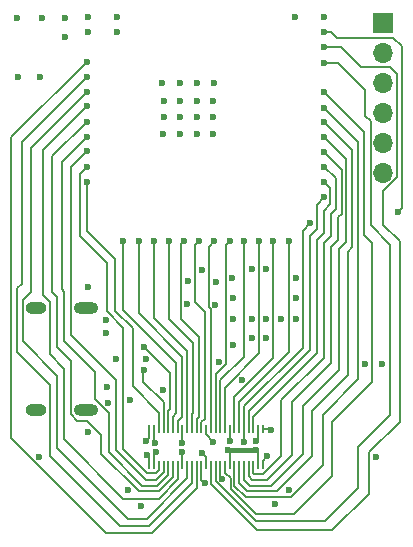
<source format=gbr>
%TF.GenerationSoftware,KiCad,Pcbnew,7.0.5-7.0.5~ubuntu20.04.1*%
%TF.CreationDate,2023-06-26T22:11:10+02:00*%
%TF.ProjectId,ESP32_UniBoard,45535033-325f-4556-9e69-426f6172642e,rev?*%
%TF.SameCoordinates,Original*%
%TF.FileFunction,Copper,L4,Bot*%
%TF.FilePolarity,Positive*%
%FSLAX46Y46*%
G04 Gerber Fmt 4.6, Leading zero omitted, Abs format (unit mm)*
G04 Created by KiCad (PCBNEW 7.0.5-7.0.5~ubuntu20.04.1) date 2023-06-26 22:11:10*
%MOMM*%
%LPD*%
G01*
G04 APERTURE LIST*
G04 Aperture macros list*
%AMRoundRect*
0 Rectangle with rounded corners*
0 $1 Rounding radius*
0 $2 $3 $4 $5 $6 $7 $8 $9 X,Y pos of 4 corners*
0 Add a 4 corners polygon primitive as box body*
4,1,4,$2,$3,$4,$5,$6,$7,$8,$9,$2,$3,0*
0 Add four circle primitives for the rounded corners*
1,1,$1+$1,$2,$3*
1,1,$1+$1,$4,$5*
1,1,$1+$1,$6,$7*
1,1,$1+$1,$8,$9*
0 Add four rect primitives between the rounded corners*
20,1,$1+$1,$2,$3,$4,$5,0*
20,1,$1+$1,$4,$5,$6,$7,0*
20,1,$1+$1,$6,$7,$8,$9,0*
20,1,$1+$1,$8,$9,$2,$3,0*%
G04 Aperture macros list end*
%TA.AperFunction,ComponentPad*%
%ADD10R,1.700000X1.700000*%
%TD*%
%TA.AperFunction,ComponentPad*%
%ADD11O,1.700000X1.700000*%
%TD*%
%TA.AperFunction,ComponentPad*%
%ADD12O,2.100000X1.000000*%
%TD*%
%TA.AperFunction,ComponentPad*%
%ADD13O,1.800000X1.000000*%
%TD*%
%TA.AperFunction,SMDPad,CuDef*%
%ADD14RoundRect,0.030000X-0.070000X-0.320000X0.070000X-0.320000X0.070000X0.320000X-0.070000X0.320000X0*%
%TD*%
%TA.AperFunction,ViaPad*%
%ADD15C,0.600000*%
%TD*%
%TA.AperFunction,Conductor*%
%ADD16C,0.200000*%
%TD*%
%TA.AperFunction,Conductor*%
%ADD17C,0.400000*%
%TD*%
G04 APERTURE END LIST*
D10*
%TO.P,J2,1,Pin_1*%
%TO.N,GND*%
X136117300Y-52500000D03*
D11*
%TO.P,J2,2,Pin_2*%
%TO.N,/ESP_TX*%
X136117300Y-55040000D03*
%TO.P,J2,3,Pin_3*%
%TO.N,/ESP_RX*%
X136117300Y-57580000D03*
%TO.P,J2,4,Pin_4*%
%TO.N,+3V3*%
X136117300Y-60120000D03*
%TO.P,J2,5,Pin_5*%
%TO.N,/EN*%
X136117300Y-62660000D03*
%TO.P,J2,6,Pin_6*%
%TO.N,/BOOT*%
X136117300Y-65200000D03*
%TD*%
D12*
%TO.P,J1,S1,SHIELD*%
%TO.N,unconnected-(J1-SHIELD-PadS1)*%
X110929500Y-76683200D03*
D13*
X106729500Y-76683200D03*
D12*
X110929500Y-85323200D03*
D13*
X106729500Y-85323200D03*
%TD*%
D14*
%TO.P,J3,1,Pin_1*%
%TO.N,GND*%
X116317300Y-86913200D03*
%TO.P,J3,2,Pin_2*%
%TO.N,+5V*%
X116717300Y-86913200D03*
%TO.P,J3,3,Pin_3*%
%TO.N,/GPIO8*%
X117117300Y-86913200D03*
%TO.P,J3,4,Pin_4*%
%TO.N,/DPr_P*%
X117517300Y-86913200D03*
%TO.P,J3,5,Pin_5*%
%TO.N,/DPr_N*%
X117917300Y-86913200D03*
%TO.P,J3,6,Pin_6*%
%TO.N,/GPIO3*%
X118317300Y-86913200D03*
%TO.P,J3,7,Pin_7*%
%TO.N,/GPIO46*%
X118717300Y-86913200D03*
%TO.P,J3,8,Pin_8*%
%TO.N,+5V*%
X119117300Y-86913200D03*
%TO.P,J3,9,Pin_9*%
%TO.N,/GPIO9*%
X119517300Y-86913200D03*
%TO.P,J3,10,Pin_10*%
%TO.N,/GPIO10*%
X119917300Y-86913200D03*
%TO.P,J3,11,Pin_11*%
%TO.N,/GPIO11*%
X120317300Y-86913200D03*
%TO.P,J3,12,Pin_12*%
%TO.N,/GPIO12*%
X120717300Y-86913200D03*
%TO.P,J3,13,Pin_13*%
%TO.N,GND*%
X121117300Y-86913200D03*
%TO.P,J3,14,Pin_14*%
%TO.N,/GPIO13*%
X121517300Y-86913200D03*
%TO.P,J3,15,Pin_15*%
%TO.N,/GPIO14*%
X121917300Y-86913200D03*
%TO.P,J3,16,Pin_16*%
%TO.N,/GPIO21*%
X122317300Y-86913200D03*
%TO.P,J3,17,Pin_17*%
%TO.N,/GPIO47*%
X122717300Y-86913200D03*
%TO.P,J3,18,Pin_18*%
%TO.N,+3V3*%
X123117300Y-86913200D03*
%TO.P,J3,19,Pin_19*%
%TO.N,/GPIO48*%
X123517300Y-86913200D03*
%TO.P,J3,20,Pin_20*%
%TO.N,/GPIO45*%
X123917300Y-86913200D03*
%TO.P,J3,21,Pin_21*%
%TO.N,/BOOT*%
X124317300Y-86913200D03*
%TO.P,J3,22,Pin_22*%
%TO.N,/GPIO35*%
X124717300Y-86913200D03*
%TO.P,J3,23,Pin_23*%
%TO.N,/GPIO36*%
X125117300Y-86913200D03*
%TO.P,J3,24,Pin_24*%
%TO.N,+3V3*%
X125517300Y-86913200D03*
%TO.P,J3,25,Pin_25*%
%TO.N,GND*%
X125917300Y-86913200D03*
%TO.P,J3,26,Pin_26*%
X125917300Y-89993200D03*
%TO.P,J3,27,Pin_27*%
%TO.N,+5V*%
X125517300Y-89993200D03*
%TO.P,J3,28,Pin_28*%
%TO.N,/GPIO37*%
X125117300Y-89993200D03*
%TO.P,J3,29,Pin_29*%
%TO.N,/GPIO38*%
X124717300Y-89993200D03*
%TO.P,J3,30,Pin_30*%
%TO.N,/GPIO39*%
X124317300Y-89993200D03*
%TO.P,J3,31,Pin_31*%
%TO.N,/GPIO40*%
X123917300Y-89993200D03*
%TO.P,J3,32,Pin_32*%
%TO.N,/GPIO41*%
X123517300Y-89993200D03*
%TO.P,J3,33,Pin_33*%
%TO.N,+5V*%
X123117300Y-89993200D03*
%TO.P,J3,34,Pin_34*%
%TO.N,/GPIO42*%
X122717300Y-89993200D03*
%TO.P,J3,35,Pin_35*%
%TO.N,/ESP_RX*%
X122317300Y-89993200D03*
%TO.P,J3,36,Pin_36*%
%TO.N,/ESP_TX*%
X121917300Y-89993200D03*
%TO.P,J3,37,Pin_37*%
%TO.N,/GPIO2*%
X121517300Y-89993200D03*
%TO.P,J3,38,Pin_38*%
%TO.N,GND*%
X121117300Y-89993200D03*
%TO.P,J3,39,Pin_39*%
%TO.N,/GPIO1*%
X120717300Y-89993200D03*
%TO.P,J3,40,Pin_40*%
%TO.N,/GPIO4*%
X120317300Y-89993200D03*
%TO.P,J3,41,Pin_41*%
%TO.N,/GPIO5*%
X119917300Y-89993200D03*
%TO.P,J3,42,Pin_42*%
%TO.N,/GPIO6*%
X119517300Y-89993200D03*
%TO.P,J3,43,Pin_43*%
%TO.N,+3V3*%
X119117300Y-89993200D03*
%TO.P,J3,44,Pin_44*%
%TO.N,/GPIO7*%
X118717300Y-89993200D03*
%TO.P,J3,45,Pin_45*%
%TO.N,/GPIO15*%
X118317300Y-89993200D03*
%TO.P,J3,46,Pin_46*%
%TO.N,/GPIO16*%
X117917300Y-89993200D03*
%TO.P,J3,47,Pin_47*%
%TO.N,/GPIO17*%
X117517300Y-89993200D03*
%TO.P,J3,48,Pin_48*%
%TO.N,/GPIO18*%
X117117300Y-89993200D03*
%TO.P,J3,49,Pin_49*%
%TO.N,+3V3*%
X116717300Y-89993200D03*
%TO.P,J3,50,Pin_50*%
%TO.N,GND*%
X116317300Y-89993200D03*
%TD*%
D15*
%TO.N,GND*%
X123417300Y-79778200D03*
X116100000Y-89100000D03*
X107017300Y-57103200D03*
X114500000Y-92100000D03*
X128100000Y-92100000D03*
X135467300Y-89303200D03*
X126300000Y-89200000D03*
X105192300Y-57128200D03*
X117400000Y-57600000D03*
X111142300Y-52053200D03*
X113542300Y-52028200D03*
X120776591Y-88923409D03*
X113500000Y-81000000D03*
X117517300Y-60503200D03*
X107217300Y-52153200D03*
X126917300Y-93253700D03*
X117517300Y-59103200D03*
X119492300Y-76328200D03*
X118917300Y-60503200D03*
X109142300Y-52153200D03*
X121717300Y-59103200D03*
X134600000Y-81400000D03*
X112817300Y-84678200D03*
X136000000Y-81400000D03*
X120317300Y-59103200D03*
X124142300Y-82778200D03*
X131092300Y-52028200D03*
X118917300Y-59103200D03*
X121800000Y-57600000D03*
X121717300Y-60503200D03*
X120317300Y-60503200D03*
X121892300Y-76378200D03*
X118917300Y-57603200D03*
X112642300Y-77653200D03*
X121723409Y-87976591D03*
X121700000Y-61900000D03*
X126600000Y-87000000D03*
X120317300Y-61903200D03*
X120317300Y-57603200D03*
X122167300Y-81253200D03*
X111117300Y-74878200D03*
X111142300Y-87178200D03*
X115600000Y-93400000D03*
X117500000Y-61900000D03*
X116058732Y-87893467D03*
X106967300Y-89303200D03*
X118917300Y-61903200D03*
X128667300Y-52028200D03*
X117467300Y-83603200D03*
%TO.N,+3V3*%
X125300000Y-87930497D03*
X119542300Y-74403200D03*
X126200000Y-77600000D03*
X113567300Y-53303200D03*
X121917300Y-74453200D03*
X128686800Y-75800000D03*
X127500000Y-77600000D03*
X126200000Y-79200000D03*
X123124829Y-87940690D03*
X125000000Y-79200000D03*
X109167300Y-53703200D03*
X125000000Y-73400000D03*
X125000000Y-77600000D03*
X105092300Y-52103200D03*
X111142300Y-53328200D03*
X123400000Y-77600000D03*
X123392300Y-75803200D03*
X119100000Y-88900000D03*
X128686800Y-74128200D03*
X128700000Y-77600000D03*
X116869503Y-88900000D03*
X120742300Y-73453200D03*
X123342300Y-74153200D03*
X126200000Y-73400000D03*
%TO.N,/BOOT*%
X129917300Y-69503200D03*
X124300000Y-88000000D03*
%TO.N,VBUS*%
X114715100Y-84493200D03*
X112715100Y-83393200D03*
X116015100Y-80993200D03*
X112615100Y-78793200D03*
%TO.N,+5V*%
X123000000Y-88700000D03*
X116800000Y-88100000D03*
X119117300Y-88100000D03*
X125300000Y-88700000D03*
%TO.N,/ESP_TX*%
X131117300Y-55903200D03*
%TO.N,/ESP_RX*%
X122474414Y-91125586D03*
%TO.N,/GPIO4*%
X111017300Y-55803200D03*
%TO.N,/GPIO5*%
X111017300Y-57103200D03*
%TO.N,/GPIO6*%
X111017300Y-58403200D03*
%TO.N,/GPIO7*%
X111017300Y-59603200D03*
%TO.N,/GPIO15*%
X111017300Y-60903200D03*
%TO.N,/GPIO16*%
X111017300Y-62203200D03*
%TO.N,/GPIO17*%
X111017300Y-63403200D03*
%TO.N,/GPIO18*%
X111017300Y-64703200D03*
%TO.N,/GPIO8*%
X111017300Y-66003200D03*
%TO.N,/GPIO3*%
X114117300Y-71003200D03*
%TO.N,/GPIO46*%
X115417300Y-71003200D03*
%TO.N,/GPIO9*%
X116717300Y-71003200D03*
%TO.N,/GPIO10*%
X118017300Y-71003200D03*
%TO.N,/GPIO11*%
X119217300Y-71003200D03*
%TO.N,/GPIO12*%
X120517300Y-71003200D03*
%TO.N,/GPIO13*%
X121817300Y-71003200D03*
%TO.N,/GPIO14*%
X123117300Y-71003200D03*
%TO.N,/GPIO21*%
X124317300Y-71003200D03*
%TO.N,/GPIO47*%
X125617300Y-71003200D03*
%TO.N,/GPIO48*%
X126817300Y-71003200D03*
%TO.N,/GPIO45*%
X128117300Y-71003200D03*
%TO.N,/GPIO35*%
X131117300Y-67303200D03*
%TO.N,/GPIO36*%
X131117300Y-66003200D03*
%TO.N,/GPIO37*%
X131117300Y-64703200D03*
%TO.N,/GPIO38*%
X131117300Y-63503200D03*
%TO.N,/GPIO39*%
X131117300Y-62203200D03*
%TO.N,/GPIO40*%
X131117300Y-60903200D03*
%TO.N,/GPIO41*%
X131117300Y-59703200D03*
%TO.N,/GPIO42*%
X131117300Y-58403200D03*
%TO.N,/GPIO2*%
X131117300Y-54603200D03*
%TO.N,/GPIO1*%
X120987800Y-91499068D03*
X131117300Y-53303200D03*
X137358900Y-68558900D03*
%TO.N,/DPr_P*%
X115900000Y-81900000D03*
%TO.N,/DPr_N*%
X115900000Y-80000000D03*
%TD*%
D16*
%TO.N,GND*%
X125917300Y-89993200D02*
X125917300Y-89582700D01*
X116058732Y-87893467D02*
X116317300Y-87634899D01*
X125917300Y-86913200D02*
X126513200Y-86913200D01*
X121117300Y-86913200D02*
X121117300Y-87370482D01*
X121117300Y-87370482D02*
X121723409Y-87976591D01*
X116317300Y-87634899D02*
X116317300Y-86913200D01*
X126513200Y-86913200D02*
X126600000Y-87000000D01*
X121117300Y-89993200D02*
X121117300Y-89264118D01*
X125917300Y-89582700D02*
X126300000Y-89200000D01*
X116317300Y-89317300D02*
X116100000Y-89100000D01*
X116317300Y-89993200D02*
X116317300Y-89317300D01*
X121117300Y-89264118D02*
X120776591Y-88923409D01*
%TO.N,+3V3*%
X123117300Y-87933161D02*
X123117300Y-86913200D01*
X116717300Y-89052203D02*
X116717300Y-89993200D01*
X119117300Y-88917300D02*
X119117300Y-89993200D01*
X125300000Y-87930497D02*
X125517300Y-87713197D01*
X119100000Y-88900000D02*
X119117300Y-88917300D01*
X116869503Y-88900000D02*
X116717300Y-89052203D01*
X123124829Y-87940690D02*
X123117300Y-87933161D01*
X125517300Y-87713197D02*
X125517300Y-86913200D01*
%TO.N,/BOOT*%
X124317300Y-85003200D02*
X129300000Y-80020500D01*
X124317300Y-86913200D02*
X124317300Y-85003200D01*
X129300000Y-70120500D02*
X129917300Y-69503200D01*
X124317300Y-87982700D02*
X124300000Y-88000000D01*
X129300000Y-80020500D02*
X129300000Y-70120500D01*
X124317300Y-86913200D02*
X124317300Y-87982700D01*
%TO.N,+5V*%
X123117300Y-89993200D02*
X123117300Y-88817300D01*
X123117300Y-88817300D02*
X123000000Y-88700000D01*
X116717300Y-88017300D02*
X116717300Y-86913200D01*
X116800000Y-88100000D02*
X116717300Y-88017300D01*
X125517300Y-89993200D02*
X125517300Y-88917300D01*
D17*
X123000000Y-88700000D02*
X125300000Y-88700000D01*
D16*
X119117300Y-88100000D02*
X119117300Y-86913200D01*
X125517300Y-88917300D02*
X125300000Y-88700000D01*
%TO.N,/ESP_TX*%
X134000000Y-88400000D02*
X136700000Y-85700000D01*
X134600000Y-58200000D02*
X132303200Y-55903200D01*
X135037300Y-60837300D02*
X134600000Y-60400000D01*
X136700000Y-85700000D02*
X136700000Y-71300000D01*
X132303200Y-55903200D02*
X131117300Y-55903200D01*
X131200000Y-94700000D02*
X134000000Y-91900000D01*
X134000000Y-91900000D02*
X134000000Y-88400000D01*
X121917300Y-89993200D02*
X121917300Y-91317300D01*
X136700000Y-71300000D02*
X135037300Y-69637300D01*
X125300000Y-94700000D02*
X131200000Y-94700000D01*
X121917300Y-91317300D02*
X125300000Y-94700000D01*
X134600000Y-60400000D02*
X134600000Y-58200000D01*
X135037300Y-69637300D02*
X135037300Y-60837300D01*
%TO.N,/ESP_RX*%
X122317300Y-90968472D02*
X122474414Y-91125586D01*
X122317300Y-89993200D02*
X122317300Y-90968472D01*
%TO.N,/GPIO4*%
X104600000Y-87685434D02*
X104600000Y-62220500D01*
X120317300Y-89993200D02*
X120317300Y-91949037D01*
X116566337Y-95700000D02*
X112614566Y-95700000D01*
X120317300Y-91949037D02*
X116566337Y-95700000D01*
X112614566Y-95700000D02*
X104600000Y-87685434D01*
X104600000Y-62220500D02*
X111017300Y-55803200D01*
%TO.N,/GPIO5*%
X113800000Y-95100000D02*
X107900000Y-89200000D01*
X107900000Y-83200000D02*
X105100000Y-80400000D01*
X105500000Y-62620500D02*
X111017300Y-57103200D01*
X119917300Y-89993200D02*
X119917300Y-91482700D01*
X105100000Y-75000000D02*
X105500000Y-74600000D01*
X116300000Y-95100000D02*
X113800000Y-95100000D01*
X119917300Y-91482700D02*
X116300000Y-95100000D01*
X107900000Y-89200000D02*
X107900000Y-83200000D01*
X105100000Y-80400000D02*
X105100000Y-75000000D01*
X105500000Y-74600000D02*
X105500000Y-62620500D01*
%TO.N,/GPIO6*%
X119517300Y-91082700D02*
X116100000Y-94500000D01*
X108500000Y-82400000D02*
X105600000Y-79500000D01*
X105600000Y-76000000D02*
X106300000Y-75300000D01*
X116100000Y-94500000D02*
X114500000Y-94500000D01*
X119517300Y-89993200D02*
X119517300Y-91082700D01*
X106300000Y-75300000D02*
X106300000Y-63120500D01*
X114500000Y-94500000D02*
X108500000Y-88500000D01*
X106300000Y-63120500D02*
X111017300Y-58403200D01*
X105600000Y-79500000D02*
X105600000Y-76000000D01*
X108500000Y-88500000D02*
X108500000Y-82400000D01*
%TO.N,/GPIO7*%
X107300000Y-63320500D02*
X111017300Y-59603200D01*
X107859500Y-76159500D02*
X107300000Y-75600000D01*
X118717300Y-91182700D02*
X117100000Y-92800000D01*
X107300000Y-75600000D02*
X107300000Y-63320500D01*
X107859500Y-80559500D02*
X107859500Y-76159500D01*
X109100000Y-87800000D02*
X109100000Y-81800000D01*
X114100000Y-92800000D02*
X109100000Y-87800000D01*
X117100000Y-92800000D02*
X114100000Y-92800000D01*
X109100000Y-81800000D02*
X107859500Y-80559500D01*
X118717300Y-89993200D02*
X118717300Y-91182700D01*
%TO.N,/GPIO15*%
X108500000Y-75700000D02*
X108100000Y-75300000D01*
X112200000Y-87400000D02*
X111000000Y-86200000D01*
X118317300Y-90982700D02*
X117100000Y-92200000D01*
X118317300Y-89993200D02*
X118317300Y-90982700D01*
X112200000Y-89000000D02*
X112200000Y-87400000D01*
X109649500Y-85625576D02*
X109649500Y-81149500D01*
X117100000Y-92200000D02*
X115400000Y-92200000D01*
X108500000Y-80000000D02*
X108500000Y-75700000D01*
X109649500Y-81149500D02*
X108500000Y-80000000D01*
X108100000Y-63820500D02*
X111017300Y-60903200D01*
X108100000Y-75300000D02*
X108100000Y-63820500D01*
X111000000Y-86200000D02*
X110223924Y-86200000D01*
X110223924Y-86200000D02*
X109649500Y-85625576D01*
X115400000Y-92200000D02*
X112200000Y-89000000D01*
%TO.N,/GPIO16*%
X117000000Y-91700000D02*
X115700000Y-91700000D01*
X108900000Y-75100000D02*
X108900000Y-64320500D01*
X109100000Y-79500000D02*
X109100000Y-75300000D01*
X115700000Y-91700000D02*
X112900000Y-88900000D01*
X112900000Y-85600000D02*
X111700000Y-84400000D01*
X117917300Y-89993200D02*
X117917300Y-90782700D01*
X117917300Y-90782700D02*
X117000000Y-91700000D01*
X111700000Y-84400000D02*
X111700000Y-82100000D01*
X109100000Y-75300000D02*
X108900000Y-75100000D01*
X112900000Y-88900000D02*
X112900000Y-85600000D01*
X111700000Y-82100000D02*
X109100000Y-79500000D01*
X108900000Y-64320500D02*
X111017300Y-62203200D01*
%TO.N,/GPIO17*%
X117517300Y-89993200D02*
X117517300Y-90582700D01*
X116900000Y-91200000D02*
X116000000Y-91200000D01*
X113500000Y-82800000D02*
X109649500Y-78949500D01*
X109649500Y-78949500D02*
X109649500Y-64771000D01*
X109649500Y-64771000D02*
X111017300Y-63403200D01*
X113500000Y-88700000D02*
X113500000Y-82800000D01*
X117517300Y-90582700D02*
X116900000Y-91200000D01*
X116000000Y-91200000D02*
X113500000Y-88700000D01*
%TO.N,/GPIO18*%
X112700000Y-76961366D02*
X112700000Y-72900000D01*
X114117300Y-78378666D02*
X112700000Y-76961366D01*
X117117300Y-90407464D02*
X116911564Y-90613200D01*
X110400000Y-70600000D02*
X110400000Y-65320500D01*
X117117300Y-89993200D02*
X117117300Y-90407464D01*
X112700000Y-72900000D02*
X110400000Y-70600000D01*
X114117300Y-88584098D02*
X114117300Y-78378666D01*
X116911564Y-90613200D02*
X116146402Y-90613200D01*
X110400000Y-65320500D02*
X111017300Y-64703200D01*
X116146402Y-90613200D02*
X114117300Y-88584098D01*
%TO.N,/GPIO8*%
X111017300Y-70117300D02*
X111017300Y-66003200D01*
X113400000Y-76900000D02*
X113400000Y-72500000D01*
X114900000Y-83300000D02*
X114900000Y-78400000D01*
X117117300Y-85517300D02*
X114900000Y-83300000D01*
X113400000Y-72500000D02*
X111017300Y-70117300D01*
X117117300Y-86913200D02*
X117117300Y-85517300D01*
X114900000Y-78400000D02*
X113400000Y-76900000D01*
%TO.N,/GPIO3*%
X114117300Y-76817300D02*
X118600000Y-81300000D01*
X114117300Y-71003200D02*
X114117300Y-76817300D01*
X118600000Y-81300000D02*
X118600000Y-85600000D01*
X118317300Y-85882700D02*
X118317300Y-86913200D01*
X118600000Y-85600000D02*
X118317300Y-85882700D01*
%TO.N,/GPIO46*%
X118717300Y-86240818D02*
X118717300Y-86913200D01*
X119100000Y-85858118D02*
X118717300Y-86240818D01*
X115417300Y-77117300D02*
X119100000Y-80800000D01*
X119100000Y-80800000D02*
X119100000Y-85858118D01*
X115417300Y-71003200D02*
X115417300Y-77117300D01*
%TO.N,/GPIO9*%
X116717300Y-77517300D02*
X119517300Y-80317300D01*
X119517300Y-80317300D02*
X119517300Y-86913200D01*
X116717300Y-71003200D02*
X116717300Y-77517300D01*
%TO.N,/GPIO10*%
X118017300Y-71003200D02*
X118017300Y-77617300D01*
X119917300Y-85682700D02*
X119917300Y-86913200D01*
X120000000Y-85600000D02*
X119917300Y-85682700D01*
X120000000Y-79600000D02*
X120000000Y-85600000D01*
X118017300Y-77617300D02*
X120000000Y-79600000D01*
%TO.N,/GPIO11*%
X120317300Y-86082700D02*
X120317300Y-86913200D01*
X118962300Y-71258200D02*
X118962300Y-77562300D01*
X120500000Y-85900000D02*
X120317300Y-86082700D01*
X118962300Y-77562300D02*
X120500000Y-79100000D01*
X120500000Y-79100000D02*
X120500000Y-85900000D01*
X119217300Y-71003200D02*
X118962300Y-71258200D01*
%TO.N,/GPIO12*%
X121000000Y-77000000D02*
X121000000Y-86036402D01*
X120517300Y-71003200D02*
X120172300Y-71348200D01*
X120172300Y-76172300D02*
X121000000Y-77000000D01*
X121000000Y-86036402D02*
X120717300Y-86319102D01*
X120717300Y-86319102D02*
X120717300Y-86913200D01*
X120172300Y-71348200D02*
X120172300Y-76172300D01*
%TO.N,/GPIO13*%
X121517300Y-76752734D02*
X121347300Y-76582734D01*
X121347300Y-76582734D02*
X121347300Y-71473200D01*
X121347300Y-71473200D02*
X121817300Y-71003200D01*
X121517300Y-86913200D02*
X121517300Y-76752734D01*
%TO.N,/GPIO14*%
X122772300Y-81397734D02*
X122772300Y-71348200D01*
X122772300Y-71348200D02*
X123117300Y-71003200D01*
X121917300Y-82252734D02*
X122772300Y-81397734D01*
X121917300Y-86913200D02*
X121917300Y-82252734D01*
%TO.N,/GPIO21*%
X124317300Y-80803200D02*
X124317300Y-71003200D01*
X122317300Y-86913200D02*
X122317300Y-82803200D01*
X122317300Y-82803200D02*
X124317300Y-80803200D01*
%TO.N,/GPIO47*%
X122717300Y-83403200D02*
X125617300Y-80503200D01*
X125617300Y-80503200D02*
X125617300Y-71003200D01*
X122717300Y-86913200D02*
X122717300Y-83403200D01*
%TO.N,/GPIO48*%
X123517300Y-84203200D02*
X126817300Y-80903200D01*
X126817300Y-80903200D02*
X126817300Y-71003200D01*
X123517300Y-86913200D02*
X123517300Y-84203200D01*
%TO.N,/GPIO45*%
X128117300Y-71003200D02*
X128117300Y-80203200D01*
X123917300Y-84603200D02*
X128117300Y-80403200D01*
X128117300Y-80403200D02*
X128117300Y-80203200D01*
X123917300Y-86913200D02*
X123917300Y-84603200D01*
%TO.N,/GPIO35*%
X129900000Y-80220500D02*
X129900000Y-70600000D01*
X129900000Y-70600000D02*
X130500000Y-70000000D01*
X130500000Y-70000000D02*
X130500000Y-67920500D01*
X124717300Y-86913200D02*
X124717300Y-85403200D01*
X124717300Y-85403200D02*
X129900000Y-80220500D01*
X130500000Y-67920500D02*
X131117300Y-67303200D01*
%TO.N,/GPIO36*%
X130500000Y-70900000D02*
X131100000Y-70300000D01*
X131647300Y-67902700D02*
X131647300Y-66533200D01*
X131100000Y-68450000D02*
X131647300Y-67902700D01*
X125117300Y-85903200D02*
X130500000Y-80520500D01*
X131647300Y-66533200D02*
X131117300Y-66003200D01*
X131100000Y-70300000D02*
X131100000Y-68450000D01*
X130500000Y-80520500D02*
X130500000Y-70900000D01*
X125117300Y-86913200D02*
X125117300Y-85903200D01*
%TO.N,/GPIO37*%
X131100000Y-71200000D02*
X131700000Y-70600000D01*
X125968196Y-90700000D02*
X127500000Y-89168196D01*
X125117300Y-89993200D02*
X125117300Y-90617300D01*
X125200000Y-90700000D02*
X125968196Y-90700000D01*
X127500000Y-89168196D02*
X127500000Y-84500000D01*
X132100000Y-68300000D02*
X132100000Y-65685900D01*
X132100000Y-65685900D02*
X131117300Y-64703200D01*
X127500000Y-84500000D02*
X131100000Y-80900000D01*
X131700000Y-68700000D02*
X132100000Y-68300000D01*
X131100000Y-80900000D02*
X131100000Y-71200000D01*
X131700000Y-70600000D02*
X131700000Y-68700000D01*
X125117300Y-90617300D02*
X125200000Y-90700000D01*
%TO.N,/GPIO38*%
X132300000Y-70900000D02*
X132300000Y-69000000D01*
X125000000Y-91200000D02*
X126300000Y-91200000D01*
X124717300Y-89993200D02*
X124717300Y-90917300D01*
X126300000Y-91200000D02*
X128400000Y-89100000D01*
X132300000Y-69000000D02*
X132600000Y-68700000D01*
X128400000Y-89100000D02*
X128400000Y-84650000D01*
X131700000Y-81350000D02*
X131700000Y-71500000D01*
X132600000Y-64985900D02*
X131117300Y-63503200D01*
X132600000Y-68700000D02*
X132600000Y-64985900D01*
X131700000Y-71500000D02*
X132300000Y-70900000D01*
X128400000Y-84650000D02*
X131700000Y-81350000D01*
X124717300Y-90917300D02*
X125000000Y-91200000D01*
%TO.N,/GPIO39*%
X129300000Y-85000000D02*
X132400000Y-81900000D01*
X133000000Y-71100000D02*
X133000000Y-64085900D01*
X126600000Y-91700000D02*
X129300000Y-89000000D01*
X129300000Y-89000000D02*
X129300000Y-85000000D01*
X132400000Y-81900000D02*
X132400000Y-71700000D01*
X133000000Y-64085900D02*
X131117300Y-62203200D01*
X124317300Y-91217300D02*
X124800000Y-91700000D01*
X124800000Y-91700000D02*
X126600000Y-91700000D01*
X124317300Y-89993200D02*
X124317300Y-91217300D01*
X132400000Y-71700000D02*
X133000000Y-71100000D01*
%TO.N,/GPIO40*%
X133100000Y-71900000D02*
X133500000Y-71500000D01*
X127100000Y-92200000D02*
X130100000Y-89200000D01*
X133500000Y-63285900D02*
X131117300Y-60903200D01*
X130100000Y-85350000D02*
X133100000Y-82350000D01*
X133100000Y-82350000D02*
X133100000Y-71900000D01*
X123917300Y-91517300D02*
X124600000Y-92200000D01*
X133500000Y-71500000D02*
X133500000Y-63285900D01*
X124600000Y-92200000D02*
X127100000Y-92200000D01*
X130100000Y-89200000D02*
X130100000Y-85350000D01*
X123917300Y-89993200D02*
X123917300Y-91517300D01*
%TO.N,/GPIO41*%
X123517300Y-89993200D02*
X123517300Y-91717300D01*
X131000000Y-90000000D02*
X131000000Y-85700000D01*
X131000000Y-85700000D02*
X134000000Y-82700000D01*
X134000000Y-82700000D02*
X134000000Y-62585900D01*
X123517300Y-91717300D02*
X124500000Y-92700000D01*
X124500000Y-92700000D02*
X128300000Y-92700000D01*
X128300000Y-92700000D02*
X131000000Y-90000000D01*
X134000000Y-62585900D02*
X131117300Y-59703200D01*
%TO.N,/GPIO42*%
X134500000Y-70500000D02*
X135200000Y-71200000D01*
X123187300Y-91987300D02*
X123187300Y-91088938D01*
X134500000Y-61785900D02*
X134500000Y-70500000D01*
X123187300Y-91088938D02*
X122717300Y-90618938D01*
X122717300Y-90618938D02*
X122717300Y-89993200D01*
X131800000Y-90900000D02*
X128600000Y-94100000D01*
X131800000Y-86300000D02*
X131800000Y-90900000D01*
X131117300Y-58403200D02*
X134500000Y-61785900D01*
X135200000Y-71200000D02*
X135200000Y-82900000D01*
X128600000Y-94100000D02*
X125300000Y-94100000D01*
X135200000Y-82900000D02*
X131800000Y-86300000D01*
X125300000Y-94100000D02*
X123187300Y-91987300D01*
%TO.N,/GPIO2*%
X137500000Y-71000000D02*
X137500000Y-86300000D01*
X134900000Y-88900000D02*
X134900000Y-92400000D01*
X137237300Y-56837300D02*
X137237300Y-65607351D01*
X137500000Y-86300000D02*
X134900000Y-88900000D01*
X125468263Y-95500000D02*
X121517300Y-91549037D01*
X134200000Y-56300000D02*
X136700000Y-56300000D01*
X132503200Y-54603200D02*
X134200000Y-56300000D01*
X134900000Y-92400000D02*
X131800000Y-95500000D01*
X121517300Y-91549037D02*
X121517300Y-89993200D01*
X136700000Y-56300000D02*
X137237300Y-56837300D01*
X136100000Y-66744651D02*
X136100000Y-69600000D01*
X137237300Y-65607351D02*
X136100000Y-66744651D01*
X136100000Y-69600000D02*
X137500000Y-71000000D01*
X131117300Y-54603200D02*
X132503200Y-54603200D01*
X131800000Y-95500000D02*
X125468263Y-95500000D01*
%TO.N,/GPIO1*%
X120717300Y-91228568D02*
X120717300Y-89993200D01*
X137700000Y-68217800D02*
X137700000Y-54522700D01*
X136977300Y-53800000D02*
X132193600Y-53800000D01*
X137358900Y-68558900D02*
X137700000Y-68217800D01*
X131696800Y-53303200D02*
X131117300Y-53303200D01*
X132193600Y-53800000D02*
X131696800Y-53303200D01*
X120987800Y-91499068D02*
X120717300Y-91228568D01*
X137700000Y-54522700D02*
X136977300Y-53800000D01*
%TO.N,/DPr_P*%
X115800000Y-82000000D02*
X115900000Y-81900000D01*
X115800000Y-82900000D02*
X115800000Y-82000000D01*
X117517300Y-86913200D02*
X117517300Y-84617300D01*
X117517300Y-84617300D02*
X115800000Y-82900000D01*
%TO.N,/DPr_N*%
X118100000Y-82200000D02*
X115900000Y-80000000D01*
X117917300Y-86913200D02*
X117917300Y-85382700D01*
X118100000Y-85200000D02*
X118100000Y-82200000D01*
X117917300Y-85382700D02*
X118100000Y-85200000D01*
%TD*%
M02*

</source>
